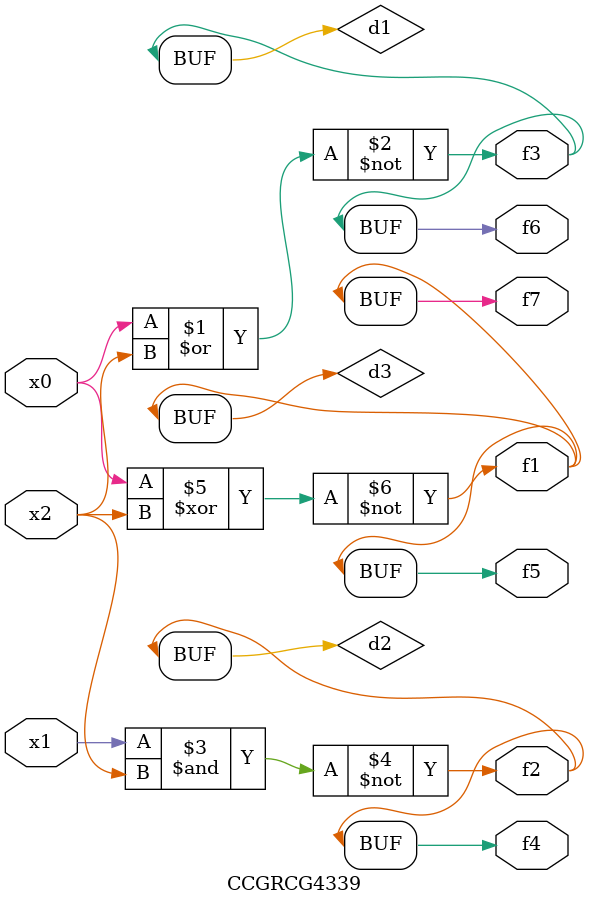
<source format=v>
module CCGRCG4339(
	input x0, x1, x2,
	output f1, f2, f3, f4, f5, f6, f7
);

	wire d1, d2, d3;

	nor (d1, x0, x2);
	nand (d2, x1, x2);
	xnor (d3, x0, x2);
	assign f1 = d3;
	assign f2 = d2;
	assign f3 = d1;
	assign f4 = d2;
	assign f5 = d3;
	assign f6 = d1;
	assign f7 = d3;
endmodule

</source>
